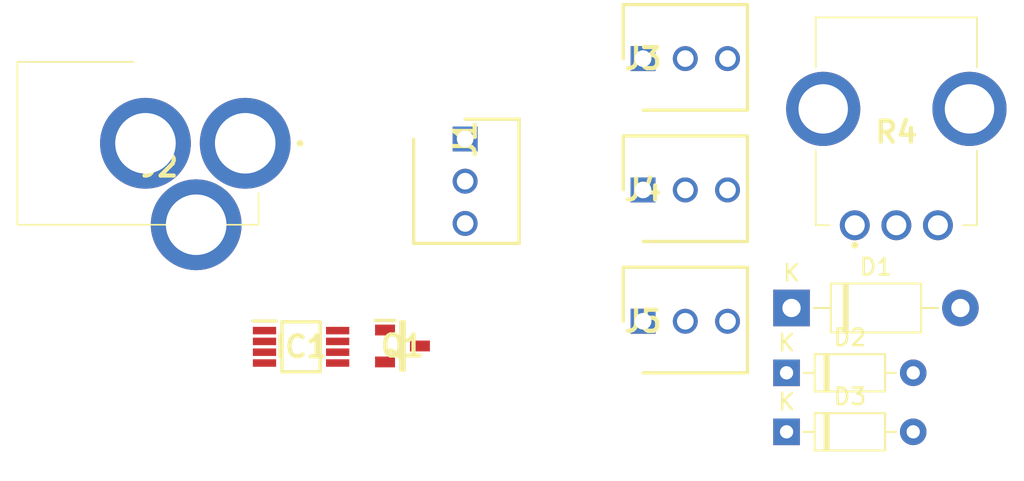
<source format=kicad_pcb>
(kicad_pcb (version 20221018) (generator pcbnew)
  (layers (0 "F.Cu" signal) (31 "B.Cu" signal) (34 "B.Paste" user) (35 "F.Paste" user) (36 "B.SilkS" user "B.Silkscreen") (37 "F.SilkS" user "F.Silkscreen") (38 "B.Mask" user) (39 "F.Mask" user) (44 "Edge.Cuts" user))
  (net 0 "")
  (net 7 "+12V")
  (net 8 "Net-(D1-A)")
  (net 13 "GND")
  (net 14 "Net-(IC1-OUTPUT)")
  (net 15 "Net-(Q1-G)")
  (footprint "Diode_THT:D_DO-35_SOD27_P7.62mm_Horizontal" (layer "F.Cu") (at 114.508 55.716)
    (fp_text reference "D2" (at 3.81 -2.12) (layer "F.SilkS"))
    (fp_text value "1N4148")
    (fp_text user "K" (at 0 -1.8) (layer "F.SilkS"))
    (fp_line (start 1.04 0) (end 1.69 0) (stroke (width 0.12)) (layer "F.SilkS"))
    (fp_line (start 1.69 -1.12) (end 1.69 1.12) (stroke (width 0.12)) (layer "F.SilkS"))
    (fp_line (start 1.69 1.12) (end 5.93 1.12) (stroke (width 0.12)) (layer "F.SilkS"))
    (fp_line (start 2.29 -1.12) (end 2.29 1.12) (stroke (width 0.12)) (layer "F.SilkS"))
    (fp_line (start 2.41 -1.12) (end 2.41 1.12) (stroke (width 0.12)) (layer "F.SilkS"))
    (fp_line (start 2.53 -1.12) (end 2.53 1.12) (stroke (width 0.12)) (layer "F.SilkS"))
    (fp_line (start 5.93 -1.12) (end 1.69 -1.12) (stroke (width 0.12)) (layer "F.SilkS"))
    (fp_line (start 5.93 1.12) (end 5.93 -1.12) (stroke (width 0.12)) (layer "F.SilkS"))
    (fp_line (start 6.58 0) (end 5.93 0) (stroke (width 0.12)) (layer "F.SilkS"))
    (pad "1" thru_hole rect (at 0 0) (size 1.6 1.6) (drill 0.8) (layers "*.Cu" "*.Mask"))
    (pad "2" thru_hole oval (at 7.62 0) (size 1.6 1.6) (drill 0.8) (layers "*.Cu" "*.Mask"))
  )
  (footprint "Library:3 Pin Headers Molex 22-23-2031" (layer "F.Cu") (at 105.878 36.816)
    (fp_text reference "J3" (at 0 0) (layer "F.SilkS") (effects (font (size 1.27 1.27) (thickness 0.254))))
    (fp_text value "22-23-2031" hide)
    (fp_line (start -1.19 -3.25) (end -1.19 0) (stroke (width 0.2)) (layer "F.SilkS"))
    (fp_line (start 0 3.1) (end 6.28 3.1) (stroke (width 0.2)) (layer "F.SilkS"))
    (fp_line (start 6.28 -3.25) (end -1.19 -3.25) (stroke (width 0.2)) (layer "F.SilkS"))
    (fp_line (start 6.28 3.1) (end 6.28 -3.25) (stroke (width 0.2)) (layer "F.SilkS"))
    (pad "1" thru_hole rect (at 0 0) (size 1.5 1.5) (drill 1) (layers "*.Cu" "*.Mask") (net 8 "Net-(D1-A)"))
    (pad "2" thru_hole circle (at 2.54 0) (size 1.5 1.5) (drill 1) (layers "*.Cu" "*.Mask") (net 7 "+12V"))
    (pad "3" thru_hole circle (at 5.08 0) (size 1.5 1.5) (drill 1) (layers "*.Cu" "*.Mask") (net 8 "Net-(D1-A)"))
  )
  (footprint "Library:3 Pin Headers Molex 22-23-2031" (layer "F.Cu") (at 105.878 52.616)
    (fp_text reference "J5" (at 0 0) (layer "F.SilkS") (effects (font (size 1.27 1.27) (thickness 0.254))))
    (fp_text value "22-23-2031" hide)
    (fp_line (start -1.19 -3.25) (end -1.19 0) (stroke (width 0.2)) (layer "F.SilkS"))
    (fp_line (start 0 3.1) (end 6.28 3.1) (stroke (width 0.2)) (layer "F.SilkS"))
    (fp_line (start 6.28 -3.25) (end -1.19 -3.25) (stroke (width 0.2)) (layer "F.SilkS"))
    (fp_line (start 6.28 3.1) (end 6.28 -3.25) (stroke (width 0.2)) (layer "F.SilkS"))
    (pad "1" thru_hole rect (at 0 0) (size 1.5 1.5) (drill 1) (layers "*.Cu" "*.Mask") (net 8 "Net-(D1-A)"))
    (pad "2" thru_hole circle (at 2.54 0) (size 1.5 1.5) (drill 1) (layers "*.Cu" "*.Mask") (net 7 "+12V"))
    (pad "3" thru_hole circle (at 5.08 0) (size 1.5 1.5) (drill 1) (layers "*.Cu" "*.Mask") (net 8 "Net-(D1-A)"))
  )
  (footprint "Library:PTV09A4020FB103" (layer "F.Cu") (at 121.113 41.241)
    (fp_text reference "R4" (at 0 0) (layer "F.SilkS") (effects (font (size 1.27 1.27) (thickness 0.254))))
    (fp_text value "PTV09A-4020U-B104" hide)
    (fp_line (start -4.85 -6.9) (end 4.85 -6.9) (stroke (width 0.1)) (layer "F.SilkS"))
    (fp_line (start -4.85 -3.9) (end -4.85 -6.9) (stroke (width 0.1)) (layer "F.SilkS"))
    (fp_line (start -4.85 1.1) (end -4.85 5.6) (stroke (width 0.1)) (layer "F.SilkS"))
    (fp_line (start -4.85 5.6) (end -4 5.6) (stroke (width 0.1)) (layer "F.SilkS"))
    (fp_line (start -2.6 6.8) (end -2.6 6.8) (stroke (width 0.2)) (layer "F.SilkS"))
    (fp_line (start -2.4 6.8) (end -2.4 6.8) (stroke (width 0.2)) (layer "F.SilkS"))
    (fp_line (start 4 5.6) (end 4.85 5.6) (stroke (width 0.1)) (layer "F.SilkS"))
    (fp_line (start 4.85 -6.9) (end 4.85 -3.9) (stroke (width 0.1)) (layer "F.SilkS"))
    (fp_line (start 4.85 5.6) (end 4.85 1.1) (stroke (width 0.1)) (layer "F.SilkS"))
    (fp_arc (start -2.6 6.8) (mid -2.5 6.7) (end -2.4 6.8) (stroke (width 0.2)) (layer "F.SilkS"))
    (fp_arc (start -2.4 6.8) (mid -2.5 6.9) (end -2.6 6.8) (stroke (width 0.2)) (layer "F.SilkS"))
    (pad "1" thru_hole circle (at -2.5 5.6) (size 1.8 1.8) (drill 1.2) (layers "*.Cu" "*.Mask"))
    (pad "2" thru_hole circle (at 0 5.6) (size 1.8 1.8) (drill 1.2) (layers "*.Cu" "*.Mask"))
    (pad "3" thru_hole circle (at 2.5 5.6) (size 1.8 1.8) (drill 1.2) (layers "*.Cu" "*.Mask"))
    (pad "4" thru_hole circle (at -4.4 -1.4) (size 4.46 4.46) (drill 2.9732) (layers "*.Cu" "*.Mask"))
    (pad "5" thru_hole circle (at 4.4 -1.4) (size 4.46 4.46) (drill 2.9732) (layers "*.Cu" "*.Mask"))
  )
  (footprint "Library:3 Pin Headers Molex 22-23-2031" (layer "F.Cu") (at 95.175 41.651 -90)
    (fp_text reference "J1" (at 0 0 90) (layer "F.SilkS") (effects (font (size 1.27 1.27) (thickness 0.254))))
    (fp_text value "22-23-2031" hide)
    (fp_line (start -1.19 -3.25) (end -1.19 0) (stroke (width 0.2)) (layer "F.SilkS"))
    (fp_line (start 0 3.1) (end 6.28 3.1) (stroke (width 0.2)) (layer "F.SilkS"))
    (fp_line (start 6.28 -3.25) (end -1.19 -3.25) (stroke (width 0.2)) (layer "F.SilkS"))
    (fp_line (start 6.28 3.1) (end 6.28 -3.25) (stroke (width 0.2)) (layer "F.SilkS"))
    (pad "1" thru_hole rect (at 0 0 270) (size 1.5 1.5) (drill 1) (layers "*.Cu" "*.Mask") (net 8 "Net-(D1-A)"))
    (pad "2" thru_hole circle (at 2.54 0 270) (size 1.5 1.5) (drill 1) (layers "*.Cu" "*.Mask") (net 7 "+12V"))
    (pad "3" thru_hole circle (at 5.08 0 270) (size 1.5 1.5) (drill 1) (layers "*.Cu" "*.Mask") (net 8 "Net-(D1-A)"))
  )
  (footprint "Library:MOSFET ZXMN3A01FTA" (layer "F.Cu") (at 91.406 54.102)
    (fp_text reference "Q1" (at 0 0) (layer "F.SilkS") (effects (font (size 1.27 1.27) (thickness 0.254))))
    (fp_text value "ZXMN3A01FTA" hide)
    (fp_line (start -1.65 -1.535) (end -0.45 -1.535) (stroke (width 0.2)) (layer "F.SilkS"))
    (fp_line (start -0.1 -1.45) (end 0.1 -1.45) (stroke (width 0.2)) (layer "F.SilkS"))
    (fp_line (start -0.1 1.45) (end -0.1 -1.45) (stroke (width 0.2)) (layer "F.SilkS"))
    (fp_line (start 0.1 -1.45) (end 0.1 1.45) (stroke (width 0.2)) (layer "F.SilkS"))
    (fp_line (start 0.1 1.45) (end -0.1 1.45) (stroke (width 0.2)) (layer "F.SilkS"))
    (pad "1" smd rect (at -1.05 -0.96 90) (size 0.65 1.2) (layers "F.Cu" "F.Paste" "F.Mask") (net 15 "Net-(Q1-G)"))
    (pad "2" smd rect (at -1.05 0.96 90) (size 0.65 1.2) (layers "F.Cu" "F.Paste" "F.Mask") (net 13 "GND"))
    (pad "3" smd rect (at 1.05 0 90) (size 0.65 1.2) (layers "F.Cu" "F.Paste" "F.Mask") (net 8 "Net-(D1-A)"))
  )
  (footprint "Library:DC Power Jack 163-179PH-EX" (layer "F.Cu") (at 76.796 43.275)
    (fp_text reference "J2" (at 0 0) (layer "F.SilkS") (effects (font (size 1.27 1.27) (thickness 0.254))))
    (fp_text value "163-179PH-EX" hide)
    (fp_line (start -8.55 -6.265) (end -8.55 3.535) (stroke (width 0.1)) (layer "F.SilkS"))
    (fp_line (start -8.55 3.535) (end 5.95 3.535) (stroke (width 0.1)) (layer "F.SilkS"))
    (fp_line (start -1.55 -6.265) (end -8.55 -6.265) (stroke (width 0.1)) (layer "F.SilkS"))
    (fp_line (start 5.95 3.535) (end 5.95 1.635) (stroke (width 0.1)) (layer "F.SilkS"))
    (fp_line (start 8.45 -1.465) (end 8.45 -1.465) (stroke (width 0.2)) (layer "F.SilkS"))
    (fp_line (start 8.45 -1.265) (end 8.45 -1.265) (stroke (width 0.2)) (layer "F.SilkS"))
    (fp_arc (start 8.45 -1.465) (mid 8.55 -1.365) (end 8.45 -1.265) (stroke (width 0.2)) (layer "F.SilkS"))
    (fp_arc (start 8.45 -1.265) (mid 8.35 -1.365) (end 8.45 -1.465) (stroke (width 0.2)) (layer "F.SilkS"))
    (pad "A" thru_hole circle (at 5.15 -1.365) (size 5.46 5.46) (drill 3.6401) (layers "*.Cu" "*.Mask") (net 7 "+12V"))
    (pad "B" thru_hole circle (at 2.2 3.535) (size 5.46 5.46) (drill 3.6401) (layers "*.Cu" "*.Mask"))
    (pad "C" thru_hole circle (at -0.85 -1.365) (size 5.46 5.46) (drill 3.6401) (layers "*.Cu" "*.Mask") (net 13 "GND"))
  )
  (footprint "Library:LM555CMMXNOPB" (layer "F.Cu") (at 85.306 54.152)
    (fp_text reference "IC1" (at 0 0) (layer "F.SilkS") (effects (font (size 1.27 1.27) (thickness 0.254))))
    (fp_text value "LM555CMMX_NOPB" hide)
    (fp_line (start -2.9 -1.55) (end -1.5 -1.55) (stroke (width 0.2)) (layer "F.SilkS"))
    (fp_line (start -1.15 -1.5) (end 1.15 -1.5) (stroke (width 0.2)) (layer "F.SilkS"))
    (fp_line (start -1.15 1.5) (end -1.15 -1.5) (stroke (width 0.2)) (layer "F.SilkS"))
    (fp_line (start 1.15 -1.5) (end 1.15 1.5) (stroke (width 0.2)) (layer "F.SilkS"))
    (fp_line (start 1.15 1.5) (end -1.15 1.5) (stroke (width 0.2)) (layer "F.SilkS"))
    (pad "1" smd rect (at -2.2 -0.975 90) (size 0.45 1.4) (layers "F.Cu" "F.Paste" "F.Mask") (net 13 "GND"))
    (pad "2" smd rect (at -2.2 -0.325 90) (size 0.45 1.4) (layers "F.Cu" "F.Paste" "F.Mask"))
    (pad "3" smd rect (at -2.2 0.325 90) (size 0.45 1.4) (layers "F.Cu" "F.Paste" "F.Mask") (net 14 "Net-(IC1-OUTPUT)"))
    (pad "4" smd rect (at -2.2 0.975 90) (size 0.45 1.4) (layers "F.Cu" "F.Paste" "F.Mask"))
    (pad "5" smd rect (at 2.2 0.975 90) (size 0.45 1.4) (layers "F.Cu" "F.Paste" "F.Mask"))
    (pad "6" smd rect (at 2.2 0.325 90) (size 0.45 1.4) (layers "F.Cu" "F.Paste" "F.Mask"))
    (pad "7" smd rect (at 2.2 -0.325 90) (size 0.45 1.4) (layers "F.Cu" "F.Paste" "F.Mask"))
    (pad "8" smd rect (at 2.2 -0.975 90) (size 0.45 1.4) (layers "F.Cu" "F.Paste" "F.Mask") (net 7 "+12V"))
  )
  (footprint "Diode_THT:D_DO-35_SOD27_P7.62mm_Horizontal" (layer "F.Cu") (at 114.508 59.266)
    (fp_text reference "D3" (at 3.81 -2.12) (layer "F.SilkS"))
    (fp_text value "1N4148")
    (fp_text user "K" (at 0 -1.8) (layer "F.SilkS"))
    (fp_line (start 1.04 0) (end 1.69 0) (stroke (width 0.12)) (layer "F.SilkS"))
    (fp_line (start 1.69 -1.12) (end 1.69 1.12) (stroke (width 0.12)) (layer "F.SilkS"))
    (fp_line (start 1.69 1.12) (end 5.93 1.12) (stroke (width 0.12)) (layer "F.SilkS"))
    (fp_line (start 2.29 -1.12) (end 2.29 1.12) (stroke (width 0.12)) (layer "F.SilkS"))
    (fp_line (start 2.41 -1.12) (end 2.41 1.12) (stroke (width 0.12)) (layer "F.SilkS"))
    (fp_line (start 2.53 -1.12) (end 2.53 1.12) (stroke (width 0.12)) (layer "F.SilkS"))
    (fp_line (start 5.93 -1.12) (end 1.69 -1.12) (stroke (width 0.12)) (layer "F.SilkS"))
    (fp_line (start 5.93 1.12) (end 5.93 -1.12) (stroke (width 0.12)) (layer "F.SilkS"))
    (fp_line (start 6.58 0) (end 5.93 0) (stroke (width 0.12)) (layer "F.SilkS"))
    (pad "1" thru_hole rect (at 0 0) (size 1.6 1.6) (drill 0.8) (layers "*.Cu" "*.Mask"))
    (pad "2" thru_hole oval (at 7.62 0) (size 1.6 1.6) (drill 0.8) (layers "*.Cu" "*.Mask"))
  )
  (footprint "Library:3 Pin Headers Molex 22-23-2031" (layer "F.Cu") (at 105.878 44.716)
    (fp_text reference "J4" (at 0 0) (layer "F.SilkS") (effects (font (size 1.27 1.27) (thickness 0.254))))
    (fp_text value "22-23-2031" hide)
    (fp_line (start -1.19 -3.25) (end -1.19 0) (stroke (width 0.2)) (layer "F.SilkS"))
    (fp_line (start 0 3.1) (end 6.28 3.1) (stroke (width 0.2)) (layer "F.SilkS"))
    (fp_line (start 6.28 -3.25) (end -1.19 -3.25) (stroke (width 0.2)) (layer "F.SilkS"))
    (fp_line (start 6.28 3.1) (end 6.28 -3.25) (stroke (width 0.2)) (layer "F.SilkS"))
    (pad "1" thru_hole rect (at 0 0) (size 1.5 1.5) (drill 1) (layers "*.Cu" "*.Mask") (net 8 "Net-(D1-A)"))
    (pad "2" thru_hole circle (at 2.54 0) (size 1.5 1.5) (drill 1) (layers "*.Cu" "*.Mask") (net 7 "+12V"))
    (pad "3" thru_hole circle (at 5.08 0) (size 1.5 1.5) (drill 1) (layers "*.Cu" "*.Mask") (net 8 "Net-(D1-A)"))
  )
  (footprint "Diode_THT:D_DO-41_SOD81_P10.16mm_Horizontal" (layer "F.Cu") (at 114.808 51.816)
    (fp_text reference "D1" (at 5.08 -2.47) (layer "F.SilkS"))
    (fp_text value "1N4007")
    (fp_text user "K" (at 0 -2.1) (layer "F.SilkS"))
    (fp_line (start 1.34 0) (end 2.36 0) (stroke (width 0.12)) (layer "F.SilkS"))
    (fp_line (start 2.36 -1.47) (end 2.36 1.47) (stroke (width 0.12)) (layer "F.SilkS"))
    (fp_line (start 2.36 1.47) (end 7.8 1.47) (stroke (width 0.12)) (layer "F.SilkS"))
    (fp_line (start 3.14 -1.47) (end 3.14 1.47) (stroke (width 0.12)) (layer "F.SilkS"))
    (fp_line (start 3.26 -1.47) (end 3.26 1.47) (stroke (width 0.12)) (layer "F.SilkS"))
    (fp_line (start 3.38 -1.47) (end 3.38 1.47) (stroke (width 0.12)) (layer "F.SilkS"))
    (fp_line (start 7.8 -1.47) (end 2.36 -1.47) (stroke (width 0.12)) (layer "F.SilkS"))
    (fp_line (start 7.8 1.47) (end 7.8 -1.47) (stroke (width 0.12)) (layer "F.SilkS"))
    (fp_line (start 8.82 0) (end 7.8 0) (stroke (width 0.12)) (layer "F.SilkS"))
    (pad "1" thru_hole rect (at 0 0) (size 2.2 2.2) (drill 1.1) (layers "*.Cu" "*.Mask") (net 7 "+12V"))
    (pad "2" thru_hole oval (at 10.16 0) (size 2.2 2.2) (drill 1.1) (layers "*.Cu" "*.Mask") (net 8 "Net-(D1-A)"))
  )
)
</source>
